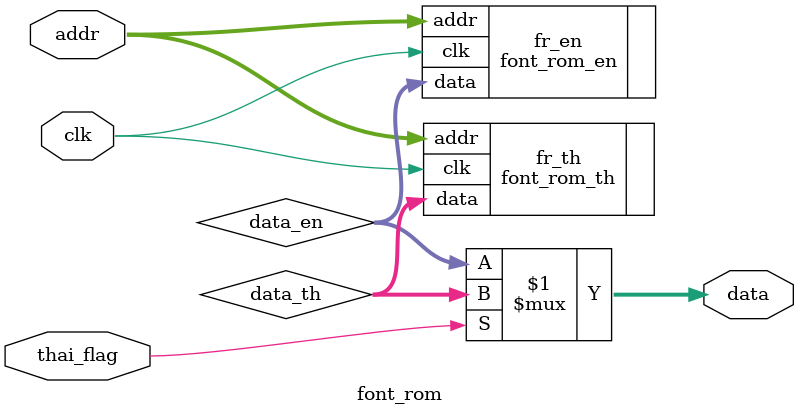
<source format=v>
`timescale 1ns / 1ps


module font_rom(
        input        clk,
        input        thai_flag,
        input [10:0] addr, //[10:4] for ASCII char code, [3:0] for choosing what row to read on a given character code  
        output[7:0]  data
    );
    
    wire [7:0] data_th;
    wire [7:0] data_en;
    assign data = (thai_flag) ? data_th : data_en;
    
    font_rom_th fr_th(
        .clk(clk),
        .addr(addr),
        .data(data_th)
    );
    
    font_rom_en fr_en(
        .clk(clk),
        .addr(addr),
        .data(data_en)
    );
    
endmodule

</source>
